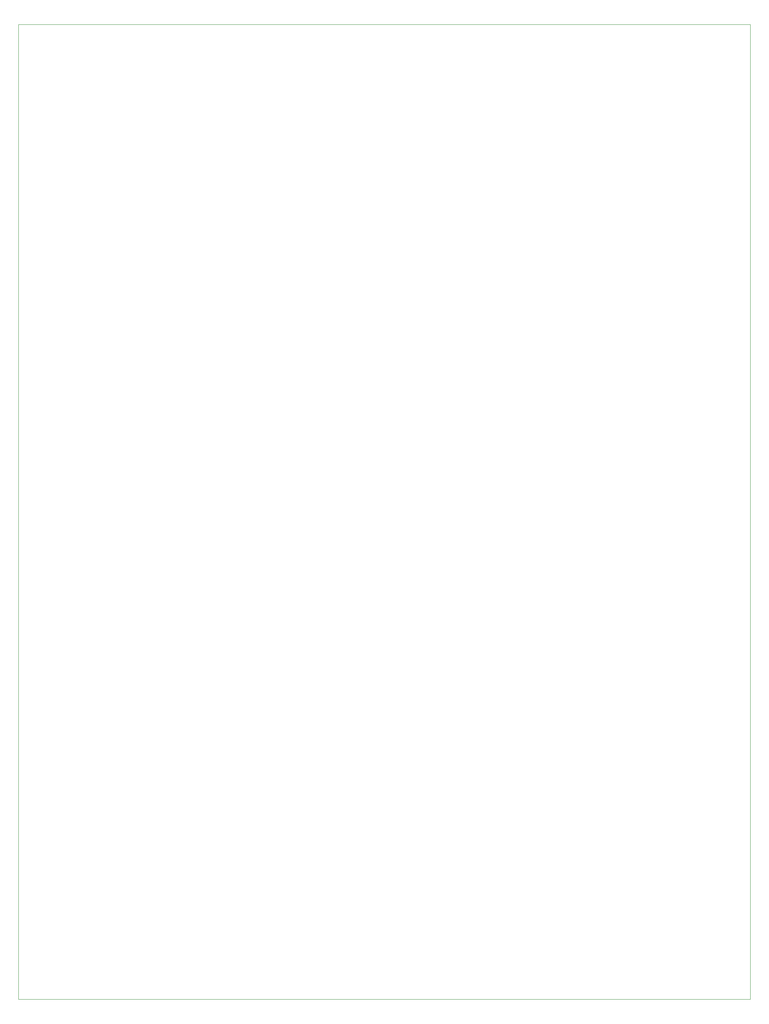
<source format=gbr>
%TF.GenerationSoftware,KiCad,Pcbnew,7.0.8*%
%TF.CreationDate,2023-11-23T10:38:48-06:00*%
%TF.ProjectId,calcvox-rounded,63616c63-766f-4782-9d72-6f756e646564,rev?*%
%TF.SameCoordinates,Original*%
%TF.FileFunction,Profile,NP*%
%FSLAX46Y46*%
G04 Gerber Fmt 4.6, Leading zero omitted, Abs format (unit mm)*
G04 Created by KiCad (PCBNEW 7.0.8) date 2023-11-23 10:38:48*
%MOMM*%
%LPD*%
G01*
G04 APERTURE LIST*
%TA.AperFunction,Profile*%
%ADD10C,0.100000*%
%TD*%
G04 APERTURE END LIST*
D10*
X375920000Y-358140000D02*
X210820000Y-358140000D01*
X210820000Y-138430000D01*
X375920000Y-138430000D01*
X375920000Y-358140000D01*
M02*

</source>
